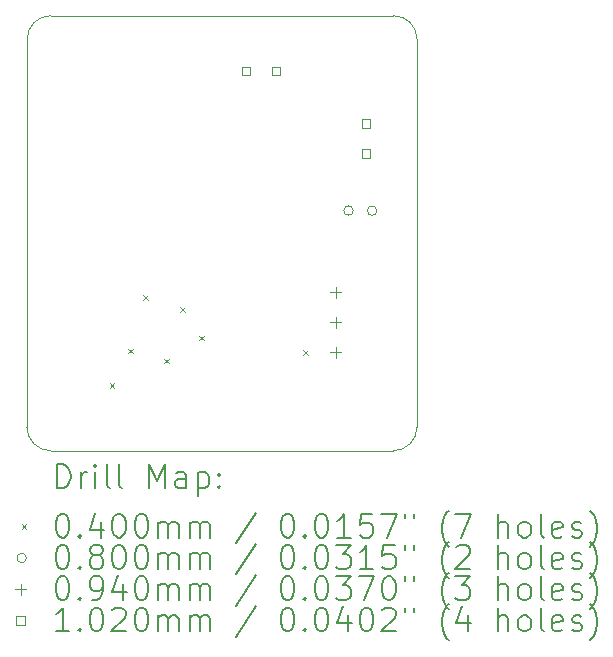
<source format=gbr>
%TF.GenerationSoftware,KiCad,Pcbnew,8.0.5*%
%TF.CreationDate,2024-10-12T22:59:57+02:00*%
%TF.ProjectId,SCS TSAL Green LED,53435320-5453-4414-9c20-477265656e20,rev?*%
%TF.SameCoordinates,Original*%
%TF.FileFunction,Drillmap*%
%TF.FilePolarity,Positive*%
%FSLAX45Y45*%
G04 Gerber Fmt 4.5, Leading zero omitted, Abs format (unit mm)*
G04 Created by KiCad (PCBNEW 8.0.5) date 2024-10-12 22:59:57*
%MOMM*%
%LPD*%
G01*
G04 APERTURE LIST*
%ADD10C,0.100000*%
%ADD11C,0.200000*%
%ADD12C,0.102000*%
G04 APERTURE END LIST*
D10*
X7062068Y-8317836D02*
X7063948Y-5034836D01*
X10365948Y-5034836D02*
X10365948Y-8317836D01*
X7263948Y-4834836D02*
X10165948Y-4834836D01*
X7063948Y-5034836D02*
G75*
G02*
X7263948Y-4834838I200002J-4D01*
G01*
X10165948Y-8517836D02*
X7262068Y-8517836D01*
X10365948Y-8317836D02*
G75*
G02*
X10165948Y-8517838I-199998J-4D01*
G01*
X10165948Y-4834836D02*
G75*
G02*
X10365944Y-5034836I2J-199994D01*
G01*
X7262068Y-8517836D02*
G75*
G02*
X7062074Y-8317836I2J199996D01*
G01*
D11*
D10*
X7762768Y-7944116D02*
X7802768Y-7984116D01*
X7802768Y-7944116D02*
X7762768Y-7984116D01*
X7917708Y-7654556D02*
X7957708Y-7694556D01*
X7957708Y-7654556D02*
X7917708Y-7694556D01*
X8044708Y-7199896D02*
X8084708Y-7239896D01*
X8084708Y-7199896D02*
X8044708Y-7239896D01*
X8222508Y-7738376D02*
X8262508Y-7778376D01*
X8262508Y-7738376D02*
X8222508Y-7778376D01*
X8356938Y-7301686D02*
X8396938Y-7341686D01*
X8396938Y-7301686D02*
X8356938Y-7341686D01*
X8522228Y-7545336D02*
X8562228Y-7585336D01*
X8562228Y-7545336D02*
X8522228Y-7585336D01*
X9398528Y-7664716D02*
X9438528Y-7704716D01*
X9438528Y-7664716D02*
X9398528Y-7704716D01*
X9824948Y-6485836D02*
G75*
G02*
X9744948Y-6485836I-40000J0D01*
G01*
X9744948Y-6485836D02*
G75*
G02*
X9824948Y-6485836I40000J0D01*
G01*
X10024948Y-6485836D02*
G75*
G02*
X9944948Y-6485836I-40000J0D01*
G01*
X9944948Y-6485836D02*
G75*
G02*
X10024948Y-6485836I40000J0D01*
G01*
X9676948Y-7130786D02*
X9676948Y-7224786D01*
X9629948Y-7177786D02*
X9723948Y-7177786D01*
X9676948Y-7384786D02*
X9676948Y-7478786D01*
X9629948Y-7431786D02*
X9723948Y-7431786D01*
X9676948Y-7638786D02*
X9676948Y-7732786D01*
X9629948Y-7685786D02*
X9723948Y-7685786D01*
D12*
X8954211Y-5340799D02*
X8954211Y-5268673D01*
X8882085Y-5268673D01*
X8882085Y-5340799D01*
X8954211Y-5340799D01*
X9208211Y-5340799D02*
X9208211Y-5268673D01*
X9136085Y-5268673D01*
X9136085Y-5340799D01*
X9208211Y-5340799D01*
X9970211Y-5785299D02*
X9970211Y-5713173D01*
X9898085Y-5713173D01*
X9898085Y-5785299D01*
X9970211Y-5785299D01*
X9970211Y-6039299D02*
X9970211Y-5967173D01*
X9898085Y-5967173D01*
X9898085Y-6039299D01*
X9970211Y-6039299D01*
D11*
X7317845Y-8834322D02*
X7317845Y-8634322D01*
X7317845Y-8634322D02*
X7365464Y-8634322D01*
X7365464Y-8634322D02*
X7394035Y-8643845D01*
X7394035Y-8643845D02*
X7413083Y-8662893D01*
X7413083Y-8662893D02*
X7422606Y-8681941D01*
X7422606Y-8681941D02*
X7432130Y-8720036D01*
X7432130Y-8720036D02*
X7432130Y-8748607D01*
X7432130Y-8748607D02*
X7422606Y-8786703D01*
X7422606Y-8786703D02*
X7413083Y-8805750D01*
X7413083Y-8805750D02*
X7394035Y-8824798D01*
X7394035Y-8824798D02*
X7365464Y-8834322D01*
X7365464Y-8834322D02*
X7317845Y-8834322D01*
X7517845Y-8834322D02*
X7517845Y-8700988D01*
X7517845Y-8739084D02*
X7527368Y-8720036D01*
X7527368Y-8720036D02*
X7536892Y-8710512D01*
X7536892Y-8710512D02*
X7555940Y-8700988D01*
X7555940Y-8700988D02*
X7574987Y-8700988D01*
X7641654Y-8834322D02*
X7641654Y-8700988D01*
X7641654Y-8634322D02*
X7632130Y-8643845D01*
X7632130Y-8643845D02*
X7641654Y-8653369D01*
X7641654Y-8653369D02*
X7651178Y-8643845D01*
X7651178Y-8643845D02*
X7641654Y-8634322D01*
X7641654Y-8634322D02*
X7641654Y-8653369D01*
X7765464Y-8834322D02*
X7746416Y-8824798D01*
X7746416Y-8824798D02*
X7736892Y-8805750D01*
X7736892Y-8805750D02*
X7736892Y-8634322D01*
X7870225Y-8834322D02*
X7851178Y-8824798D01*
X7851178Y-8824798D02*
X7841654Y-8805750D01*
X7841654Y-8805750D02*
X7841654Y-8634322D01*
X8098797Y-8834322D02*
X8098797Y-8634322D01*
X8098797Y-8634322D02*
X8165464Y-8777179D01*
X8165464Y-8777179D02*
X8232130Y-8634322D01*
X8232130Y-8634322D02*
X8232130Y-8834322D01*
X8413083Y-8834322D02*
X8413083Y-8729560D01*
X8413083Y-8729560D02*
X8403559Y-8710512D01*
X8403559Y-8710512D02*
X8384511Y-8700988D01*
X8384511Y-8700988D02*
X8346416Y-8700988D01*
X8346416Y-8700988D02*
X8327368Y-8710512D01*
X8413083Y-8824798D02*
X8394035Y-8834322D01*
X8394035Y-8834322D02*
X8346416Y-8834322D01*
X8346416Y-8834322D02*
X8327368Y-8824798D01*
X8327368Y-8824798D02*
X8317845Y-8805750D01*
X8317845Y-8805750D02*
X8317845Y-8786703D01*
X8317845Y-8786703D02*
X8327368Y-8767655D01*
X8327368Y-8767655D02*
X8346416Y-8758131D01*
X8346416Y-8758131D02*
X8394035Y-8758131D01*
X8394035Y-8758131D02*
X8413083Y-8748607D01*
X8508321Y-8700988D02*
X8508321Y-8900988D01*
X8508321Y-8710512D02*
X8527368Y-8700988D01*
X8527368Y-8700988D02*
X8565464Y-8700988D01*
X8565464Y-8700988D02*
X8584511Y-8710512D01*
X8584511Y-8710512D02*
X8594035Y-8720036D01*
X8594035Y-8720036D02*
X8603559Y-8739084D01*
X8603559Y-8739084D02*
X8603559Y-8796226D01*
X8603559Y-8796226D02*
X8594035Y-8815274D01*
X8594035Y-8815274D02*
X8584511Y-8824798D01*
X8584511Y-8824798D02*
X8565464Y-8834322D01*
X8565464Y-8834322D02*
X8527368Y-8834322D01*
X8527368Y-8834322D02*
X8508321Y-8824798D01*
X8689273Y-8815274D02*
X8698797Y-8824798D01*
X8698797Y-8824798D02*
X8689273Y-8834322D01*
X8689273Y-8834322D02*
X8679749Y-8824798D01*
X8679749Y-8824798D02*
X8689273Y-8815274D01*
X8689273Y-8815274D02*
X8689273Y-8834322D01*
X8689273Y-8710512D02*
X8698797Y-8720036D01*
X8698797Y-8720036D02*
X8689273Y-8729560D01*
X8689273Y-8729560D02*
X8679749Y-8720036D01*
X8679749Y-8720036D02*
X8689273Y-8710512D01*
X8689273Y-8710512D02*
X8689273Y-8729560D01*
D10*
X7017068Y-9142838D02*
X7057068Y-9182838D01*
X7057068Y-9142838D02*
X7017068Y-9182838D01*
D11*
X7355940Y-9054322D02*
X7374987Y-9054322D01*
X7374987Y-9054322D02*
X7394035Y-9063845D01*
X7394035Y-9063845D02*
X7403559Y-9073369D01*
X7403559Y-9073369D02*
X7413083Y-9092417D01*
X7413083Y-9092417D02*
X7422606Y-9130512D01*
X7422606Y-9130512D02*
X7422606Y-9178131D01*
X7422606Y-9178131D02*
X7413083Y-9216226D01*
X7413083Y-9216226D02*
X7403559Y-9235274D01*
X7403559Y-9235274D02*
X7394035Y-9244798D01*
X7394035Y-9244798D02*
X7374987Y-9254322D01*
X7374987Y-9254322D02*
X7355940Y-9254322D01*
X7355940Y-9254322D02*
X7336892Y-9244798D01*
X7336892Y-9244798D02*
X7327368Y-9235274D01*
X7327368Y-9235274D02*
X7317845Y-9216226D01*
X7317845Y-9216226D02*
X7308321Y-9178131D01*
X7308321Y-9178131D02*
X7308321Y-9130512D01*
X7308321Y-9130512D02*
X7317845Y-9092417D01*
X7317845Y-9092417D02*
X7327368Y-9073369D01*
X7327368Y-9073369D02*
X7336892Y-9063845D01*
X7336892Y-9063845D02*
X7355940Y-9054322D01*
X7508321Y-9235274D02*
X7517845Y-9244798D01*
X7517845Y-9244798D02*
X7508321Y-9254322D01*
X7508321Y-9254322D02*
X7498797Y-9244798D01*
X7498797Y-9244798D02*
X7508321Y-9235274D01*
X7508321Y-9235274D02*
X7508321Y-9254322D01*
X7689273Y-9120988D02*
X7689273Y-9254322D01*
X7641654Y-9044798D02*
X7594035Y-9187655D01*
X7594035Y-9187655D02*
X7717845Y-9187655D01*
X7832130Y-9054322D02*
X7851178Y-9054322D01*
X7851178Y-9054322D02*
X7870226Y-9063845D01*
X7870226Y-9063845D02*
X7879749Y-9073369D01*
X7879749Y-9073369D02*
X7889273Y-9092417D01*
X7889273Y-9092417D02*
X7898797Y-9130512D01*
X7898797Y-9130512D02*
X7898797Y-9178131D01*
X7898797Y-9178131D02*
X7889273Y-9216226D01*
X7889273Y-9216226D02*
X7879749Y-9235274D01*
X7879749Y-9235274D02*
X7870226Y-9244798D01*
X7870226Y-9244798D02*
X7851178Y-9254322D01*
X7851178Y-9254322D02*
X7832130Y-9254322D01*
X7832130Y-9254322D02*
X7813083Y-9244798D01*
X7813083Y-9244798D02*
X7803559Y-9235274D01*
X7803559Y-9235274D02*
X7794035Y-9216226D01*
X7794035Y-9216226D02*
X7784511Y-9178131D01*
X7784511Y-9178131D02*
X7784511Y-9130512D01*
X7784511Y-9130512D02*
X7794035Y-9092417D01*
X7794035Y-9092417D02*
X7803559Y-9073369D01*
X7803559Y-9073369D02*
X7813083Y-9063845D01*
X7813083Y-9063845D02*
X7832130Y-9054322D01*
X8022606Y-9054322D02*
X8041654Y-9054322D01*
X8041654Y-9054322D02*
X8060702Y-9063845D01*
X8060702Y-9063845D02*
X8070226Y-9073369D01*
X8070226Y-9073369D02*
X8079749Y-9092417D01*
X8079749Y-9092417D02*
X8089273Y-9130512D01*
X8089273Y-9130512D02*
X8089273Y-9178131D01*
X8089273Y-9178131D02*
X8079749Y-9216226D01*
X8079749Y-9216226D02*
X8070226Y-9235274D01*
X8070226Y-9235274D02*
X8060702Y-9244798D01*
X8060702Y-9244798D02*
X8041654Y-9254322D01*
X8041654Y-9254322D02*
X8022606Y-9254322D01*
X8022606Y-9254322D02*
X8003559Y-9244798D01*
X8003559Y-9244798D02*
X7994035Y-9235274D01*
X7994035Y-9235274D02*
X7984511Y-9216226D01*
X7984511Y-9216226D02*
X7974987Y-9178131D01*
X7974987Y-9178131D02*
X7974987Y-9130512D01*
X7974987Y-9130512D02*
X7984511Y-9092417D01*
X7984511Y-9092417D02*
X7994035Y-9073369D01*
X7994035Y-9073369D02*
X8003559Y-9063845D01*
X8003559Y-9063845D02*
X8022606Y-9054322D01*
X8174987Y-9254322D02*
X8174987Y-9120988D01*
X8174987Y-9140036D02*
X8184511Y-9130512D01*
X8184511Y-9130512D02*
X8203559Y-9120988D01*
X8203559Y-9120988D02*
X8232130Y-9120988D01*
X8232130Y-9120988D02*
X8251178Y-9130512D01*
X8251178Y-9130512D02*
X8260702Y-9149560D01*
X8260702Y-9149560D02*
X8260702Y-9254322D01*
X8260702Y-9149560D02*
X8270226Y-9130512D01*
X8270226Y-9130512D02*
X8289273Y-9120988D01*
X8289273Y-9120988D02*
X8317845Y-9120988D01*
X8317845Y-9120988D02*
X8336892Y-9130512D01*
X8336892Y-9130512D02*
X8346416Y-9149560D01*
X8346416Y-9149560D02*
X8346416Y-9254322D01*
X8441654Y-9254322D02*
X8441654Y-9120988D01*
X8441654Y-9140036D02*
X8451178Y-9130512D01*
X8451178Y-9130512D02*
X8470226Y-9120988D01*
X8470226Y-9120988D02*
X8498797Y-9120988D01*
X8498797Y-9120988D02*
X8517845Y-9130512D01*
X8517845Y-9130512D02*
X8527369Y-9149560D01*
X8527369Y-9149560D02*
X8527369Y-9254322D01*
X8527369Y-9149560D02*
X8536892Y-9130512D01*
X8536892Y-9130512D02*
X8555940Y-9120988D01*
X8555940Y-9120988D02*
X8584511Y-9120988D01*
X8584511Y-9120988D02*
X8603559Y-9130512D01*
X8603559Y-9130512D02*
X8613083Y-9149560D01*
X8613083Y-9149560D02*
X8613083Y-9254322D01*
X9003559Y-9044798D02*
X8832131Y-9301941D01*
X9260702Y-9054322D02*
X9279750Y-9054322D01*
X9279750Y-9054322D02*
X9298797Y-9063845D01*
X9298797Y-9063845D02*
X9308321Y-9073369D01*
X9308321Y-9073369D02*
X9317845Y-9092417D01*
X9317845Y-9092417D02*
X9327369Y-9130512D01*
X9327369Y-9130512D02*
X9327369Y-9178131D01*
X9327369Y-9178131D02*
X9317845Y-9216226D01*
X9317845Y-9216226D02*
X9308321Y-9235274D01*
X9308321Y-9235274D02*
X9298797Y-9244798D01*
X9298797Y-9244798D02*
X9279750Y-9254322D01*
X9279750Y-9254322D02*
X9260702Y-9254322D01*
X9260702Y-9254322D02*
X9241654Y-9244798D01*
X9241654Y-9244798D02*
X9232131Y-9235274D01*
X9232131Y-9235274D02*
X9222607Y-9216226D01*
X9222607Y-9216226D02*
X9213083Y-9178131D01*
X9213083Y-9178131D02*
X9213083Y-9130512D01*
X9213083Y-9130512D02*
X9222607Y-9092417D01*
X9222607Y-9092417D02*
X9232131Y-9073369D01*
X9232131Y-9073369D02*
X9241654Y-9063845D01*
X9241654Y-9063845D02*
X9260702Y-9054322D01*
X9413083Y-9235274D02*
X9422607Y-9244798D01*
X9422607Y-9244798D02*
X9413083Y-9254322D01*
X9413083Y-9254322D02*
X9403559Y-9244798D01*
X9403559Y-9244798D02*
X9413083Y-9235274D01*
X9413083Y-9235274D02*
X9413083Y-9254322D01*
X9546416Y-9054322D02*
X9565464Y-9054322D01*
X9565464Y-9054322D02*
X9584512Y-9063845D01*
X9584512Y-9063845D02*
X9594035Y-9073369D01*
X9594035Y-9073369D02*
X9603559Y-9092417D01*
X9603559Y-9092417D02*
X9613083Y-9130512D01*
X9613083Y-9130512D02*
X9613083Y-9178131D01*
X9613083Y-9178131D02*
X9603559Y-9216226D01*
X9603559Y-9216226D02*
X9594035Y-9235274D01*
X9594035Y-9235274D02*
X9584512Y-9244798D01*
X9584512Y-9244798D02*
X9565464Y-9254322D01*
X9565464Y-9254322D02*
X9546416Y-9254322D01*
X9546416Y-9254322D02*
X9527369Y-9244798D01*
X9527369Y-9244798D02*
X9517845Y-9235274D01*
X9517845Y-9235274D02*
X9508321Y-9216226D01*
X9508321Y-9216226D02*
X9498797Y-9178131D01*
X9498797Y-9178131D02*
X9498797Y-9130512D01*
X9498797Y-9130512D02*
X9508321Y-9092417D01*
X9508321Y-9092417D02*
X9517845Y-9073369D01*
X9517845Y-9073369D02*
X9527369Y-9063845D01*
X9527369Y-9063845D02*
X9546416Y-9054322D01*
X9803559Y-9254322D02*
X9689273Y-9254322D01*
X9746416Y-9254322D02*
X9746416Y-9054322D01*
X9746416Y-9054322D02*
X9727369Y-9082893D01*
X9727369Y-9082893D02*
X9708321Y-9101941D01*
X9708321Y-9101941D02*
X9689273Y-9111464D01*
X9984512Y-9054322D02*
X9889273Y-9054322D01*
X9889273Y-9054322D02*
X9879750Y-9149560D01*
X9879750Y-9149560D02*
X9889273Y-9140036D01*
X9889273Y-9140036D02*
X9908321Y-9130512D01*
X9908321Y-9130512D02*
X9955940Y-9130512D01*
X9955940Y-9130512D02*
X9974988Y-9140036D01*
X9974988Y-9140036D02*
X9984512Y-9149560D01*
X9984512Y-9149560D02*
X9994035Y-9168607D01*
X9994035Y-9168607D02*
X9994035Y-9216226D01*
X9994035Y-9216226D02*
X9984512Y-9235274D01*
X9984512Y-9235274D02*
X9974988Y-9244798D01*
X9974988Y-9244798D02*
X9955940Y-9254322D01*
X9955940Y-9254322D02*
X9908321Y-9254322D01*
X9908321Y-9254322D02*
X9889273Y-9244798D01*
X9889273Y-9244798D02*
X9879750Y-9235274D01*
X10060702Y-9054322D02*
X10194035Y-9054322D01*
X10194035Y-9054322D02*
X10108321Y-9254322D01*
X10260702Y-9054322D02*
X10260702Y-9092417D01*
X10336893Y-9054322D02*
X10336893Y-9092417D01*
X10632131Y-9330512D02*
X10622607Y-9320988D01*
X10622607Y-9320988D02*
X10603559Y-9292417D01*
X10603559Y-9292417D02*
X10594035Y-9273369D01*
X10594035Y-9273369D02*
X10584512Y-9244798D01*
X10584512Y-9244798D02*
X10574988Y-9197179D01*
X10574988Y-9197179D02*
X10574988Y-9159084D01*
X10574988Y-9159084D02*
X10584512Y-9111464D01*
X10584512Y-9111464D02*
X10594035Y-9082893D01*
X10594035Y-9082893D02*
X10603559Y-9063845D01*
X10603559Y-9063845D02*
X10622607Y-9035274D01*
X10622607Y-9035274D02*
X10632131Y-9025750D01*
X10689274Y-9054322D02*
X10822607Y-9054322D01*
X10822607Y-9054322D02*
X10736893Y-9254322D01*
X11051178Y-9254322D02*
X11051178Y-9054322D01*
X11136893Y-9254322D02*
X11136893Y-9149560D01*
X11136893Y-9149560D02*
X11127369Y-9130512D01*
X11127369Y-9130512D02*
X11108321Y-9120988D01*
X11108321Y-9120988D02*
X11079750Y-9120988D01*
X11079750Y-9120988D02*
X11060702Y-9130512D01*
X11060702Y-9130512D02*
X11051178Y-9140036D01*
X11260702Y-9254322D02*
X11241654Y-9244798D01*
X11241654Y-9244798D02*
X11232131Y-9235274D01*
X11232131Y-9235274D02*
X11222607Y-9216226D01*
X11222607Y-9216226D02*
X11222607Y-9159084D01*
X11222607Y-9159084D02*
X11232131Y-9140036D01*
X11232131Y-9140036D02*
X11241654Y-9130512D01*
X11241654Y-9130512D02*
X11260702Y-9120988D01*
X11260702Y-9120988D02*
X11289274Y-9120988D01*
X11289274Y-9120988D02*
X11308321Y-9130512D01*
X11308321Y-9130512D02*
X11317845Y-9140036D01*
X11317845Y-9140036D02*
X11327369Y-9159084D01*
X11327369Y-9159084D02*
X11327369Y-9216226D01*
X11327369Y-9216226D02*
X11317845Y-9235274D01*
X11317845Y-9235274D02*
X11308321Y-9244798D01*
X11308321Y-9244798D02*
X11289274Y-9254322D01*
X11289274Y-9254322D02*
X11260702Y-9254322D01*
X11441654Y-9254322D02*
X11422607Y-9244798D01*
X11422607Y-9244798D02*
X11413083Y-9225750D01*
X11413083Y-9225750D02*
X11413083Y-9054322D01*
X11594035Y-9244798D02*
X11574988Y-9254322D01*
X11574988Y-9254322D02*
X11536893Y-9254322D01*
X11536893Y-9254322D02*
X11517845Y-9244798D01*
X11517845Y-9244798D02*
X11508321Y-9225750D01*
X11508321Y-9225750D02*
X11508321Y-9149560D01*
X11508321Y-9149560D02*
X11517845Y-9130512D01*
X11517845Y-9130512D02*
X11536893Y-9120988D01*
X11536893Y-9120988D02*
X11574988Y-9120988D01*
X11574988Y-9120988D02*
X11594035Y-9130512D01*
X11594035Y-9130512D02*
X11603559Y-9149560D01*
X11603559Y-9149560D02*
X11603559Y-9168607D01*
X11603559Y-9168607D02*
X11508321Y-9187655D01*
X11679750Y-9244798D02*
X11698797Y-9254322D01*
X11698797Y-9254322D02*
X11736893Y-9254322D01*
X11736893Y-9254322D02*
X11755940Y-9244798D01*
X11755940Y-9244798D02*
X11765464Y-9225750D01*
X11765464Y-9225750D02*
X11765464Y-9216226D01*
X11765464Y-9216226D02*
X11755940Y-9197179D01*
X11755940Y-9197179D02*
X11736893Y-9187655D01*
X11736893Y-9187655D02*
X11708321Y-9187655D01*
X11708321Y-9187655D02*
X11689274Y-9178131D01*
X11689274Y-9178131D02*
X11679750Y-9159084D01*
X11679750Y-9159084D02*
X11679750Y-9149560D01*
X11679750Y-9149560D02*
X11689274Y-9130512D01*
X11689274Y-9130512D02*
X11708321Y-9120988D01*
X11708321Y-9120988D02*
X11736893Y-9120988D01*
X11736893Y-9120988D02*
X11755940Y-9130512D01*
X11832131Y-9330512D02*
X11841655Y-9320988D01*
X11841655Y-9320988D02*
X11860702Y-9292417D01*
X11860702Y-9292417D02*
X11870226Y-9273369D01*
X11870226Y-9273369D02*
X11879750Y-9244798D01*
X11879750Y-9244798D02*
X11889274Y-9197179D01*
X11889274Y-9197179D02*
X11889274Y-9159084D01*
X11889274Y-9159084D02*
X11879750Y-9111464D01*
X11879750Y-9111464D02*
X11870226Y-9082893D01*
X11870226Y-9082893D02*
X11860702Y-9063845D01*
X11860702Y-9063845D02*
X11841655Y-9035274D01*
X11841655Y-9035274D02*
X11832131Y-9025750D01*
D10*
X7057068Y-9426838D02*
G75*
G02*
X6977068Y-9426838I-40000J0D01*
G01*
X6977068Y-9426838D02*
G75*
G02*
X7057068Y-9426838I40000J0D01*
G01*
D11*
X7355940Y-9318322D02*
X7374987Y-9318322D01*
X7374987Y-9318322D02*
X7394035Y-9327845D01*
X7394035Y-9327845D02*
X7403559Y-9337369D01*
X7403559Y-9337369D02*
X7413083Y-9356417D01*
X7413083Y-9356417D02*
X7422606Y-9394512D01*
X7422606Y-9394512D02*
X7422606Y-9442131D01*
X7422606Y-9442131D02*
X7413083Y-9480226D01*
X7413083Y-9480226D02*
X7403559Y-9499274D01*
X7403559Y-9499274D02*
X7394035Y-9508798D01*
X7394035Y-9508798D02*
X7374987Y-9518322D01*
X7374987Y-9518322D02*
X7355940Y-9518322D01*
X7355940Y-9518322D02*
X7336892Y-9508798D01*
X7336892Y-9508798D02*
X7327368Y-9499274D01*
X7327368Y-9499274D02*
X7317845Y-9480226D01*
X7317845Y-9480226D02*
X7308321Y-9442131D01*
X7308321Y-9442131D02*
X7308321Y-9394512D01*
X7308321Y-9394512D02*
X7317845Y-9356417D01*
X7317845Y-9356417D02*
X7327368Y-9337369D01*
X7327368Y-9337369D02*
X7336892Y-9327845D01*
X7336892Y-9327845D02*
X7355940Y-9318322D01*
X7508321Y-9499274D02*
X7517845Y-9508798D01*
X7517845Y-9508798D02*
X7508321Y-9518322D01*
X7508321Y-9518322D02*
X7498797Y-9508798D01*
X7498797Y-9508798D02*
X7508321Y-9499274D01*
X7508321Y-9499274D02*
X7508321Y-9518322D01*
X7632130Y-9404036D02*
X7613083Y-9394512D01*
X7613083Y-9394512D02*
X7603559Y-9384988D01*
X7603559Y-9384988D02*
X7594035Y-9365941D01*
X7594035Y-9365941D02*
X7594035Y-9356417D01*
X7594035Y-9356417D02*
X7603559Y-9337369D01*
X7603559Y-9337369D02*
X7613083Y-9327845D01*
X7613083Y-9327845D02*
X7632130Y-9318322D01*
X7632130Y-9318322D02*
X7670226Y-9318322D01*
X7670226Y-9318322D02*
X7689273Y-9327845D01*
X7689273Y-9327845D02*
X7698797Y-9337369D01*
X7698797Y-9337369D02*
X7708321Y-9356417D01*
X7708321Y-9356417D02*
X7708321Y-9365941D01*
X7708321Y-9365941D02*
X7698797Y-9384988D01*
X7698797Y-9384988D02*
X7689273Y-9394512D01*
X7689273Y-9394512D02*
X7670226Y-9404036D01*
X7670226Y-9404036D02*
X7632130Y-9404036D01*
X7632130Y-9404036D02*
X7613083Y-9413560D01*
X7613083Y-9413560D02*
X7603559Y-9423084D01*
X7603559Y-9423084D02*
X7594035Y-9442131D01*
X7594035Y-9442131D02*
X7594035Y-9480226D01*
X7594035Y-9480226D02*
X7603559Y-9499274D01*
X7603559Y-9499274D02*
X7613083Y-9508798D01*
X7613083Y-9508798D02*
X7632130Y-9518322D01*
X7632130Y-9518322D02*
X7670226Y-9518322D01*
X7670226Y-9518322D02*
X7689273Y-9508798D01*
X7689273Y-9508798D02*
X7698797Y-9499274D01*
X7698797Y-9499274D02*
X7708321Y-9480226D01*
X7708321Y-9480226D02*
X7708321Y-9442131D01*
X7708321Y-9442131D02*
X7698797Y-9423084D01*
X7698797Y-9423084D02*
X7689273Y-9413560D01*
X7689273Y-9413560D02*
X7670226Y-9404036D01*
X7832130Y-9318322D02*
X7851178Y-9318322D01*
X7851178Y-9318322D02*
X7870226Y-9327845D01*
X7870226Y-9327845D02*
X7879749Y-9337369D01*
X7879749Y-9337369D02*
X7889273Y-9356417D01*
X7889273Y-9356417D02*
X7898797Y-9394512D01*
X7898797Y-9394512D02*
X7898797Y-9442131D01*
X7898797Y-9442131D02*
X7889273Y-9480226D01*
X7889273Y-9480226D02*
X7879749Y-9499274D01*
X7879749Y-9499274D02*
X7870226Y-9508798D01*
X7870226Y-9508798D02*
X7851178Y-9518322D01*
X7851178Y-9518322D02*
X7832130Y-9518322D01*
X7832130Y-9518322D02*
X7813083Y-9508798D01*
X7813083Y-9508798D02*
X7803559Y-9499274D01*
X7803559Y-9499274D02*
X7794035Y-9480226D01*
X7794035Y-9480226D02*
X7784511Y-9442131D01*
X7784511Y-9442131D02*
X7784511Y-9394512D01*
X7784511Y-9394512D02*
X7794035Y-9356417D01*
X7794035Y-9356417D02*
X7803559Y-9337369D01*
X7803559Y-9337369D02*
X7813083Y-9327845D01*
X7813083Y-9327845D02*
X7832130Y-9318322D01*
X8022606Y-9318322D02*
X8041654Y-9318322D01*
X8041654Y-9318322D02*
X8060702Y-9327845D01*
X8060702Y-9327845D02*
X8070226Y-9337369D01*
X8070226Y-9337369D02*
X8079749Y-9356417D01*
X8079749Y-9356417D02*
X8089273Y-9394512D01*
X8089273Y-9394512D02*
X8089273Y-9442131D01*
X8089273Y-9442131D02*
X8079749Y-9480226D01*
X8079749Y-9480226D02*
X8070226Y-9499274D01*
X8070226Y-9499274D02*
X8060702Y-9508798D01*
X8060702Y-9508798D02*
X8041654Y-9518322D01*
X8041654Y-9518322D02*
X8022606Y-9518322D01*
X8022606Y-9518322D02*
X8003559Y-9508798D01*
X8003559Y-9508798D02*
X7994035Y-9499274D01*
X7994035Y-9499274D02*
X7984511Y-9480226D01*
X7984511Y-9480226D02*
X7974987Y-9442131D01*
X7974987Y-9442131D02*
X7974987Y-9394512D01*
X7974987Y-9394512D02*
X7984511Y-9356417D01*
X7984511Y-9356417D02*
X7994035Y-9337369D01*
X7994035Y-9337369D02*
X8003559Y-9327845D01*
X8003559Y-9327845D02*
X8022606Y-9318322D01*
X8174987Y-9518322D02*
X8174987Y-9384988D01*
X8174987Y-9404036D02*
X8184511Y-9394512D01*
X8184511Y-9394512D02*
X8203559Y-9384988D01*
X8203559Y-9384988D02*
X8232130Y-9384988D01*
X8232130Y-9384988D02*
X8251178Y-9394512D01*
X8251178Y-9394512D02*
X8260702Y-9413560D01*
X8260702Y-9413560D02*
X8260702Y-9518322D01*
X8260702Y-9413560D02*
X8270226Y-9394512D01*
X8270226Y-9394512D02*
X8289273Y-9384988D01*
X8289273Y-9384988D02*
X8317845Y-9384988D01*
X8317845Y-9384988D02*
X8336892Y-9394512D01*
X8336892Y-9394512D02*
X8346416Y-9413560D01*
X8346416Y-9413560D02*
X8346416Y-9518322D01*
X8441654Y-9518322D02*
X8441654Y-9384988D01*
X8441654Y-9404036D02*
X8451178Y-9394512D01*
X8451178Y-9394512D02*
X8470226Y-9384988D01*
X8470226Y-9384988D02*
X8498797Y-9384988D01*
X8498797Y-9384988D02*
X8517845Y-9394512D01*
X8517845Y-9394512D02*
X8527369Y-9413560D01*
X8527369Y-9413560D02*
X8527369Y-9518322D01*
X8527369Y-9413560D02*
X8536892Y-9394512D01*
X8536892Y-9394512D02*
X8555940Y-9384988D01*
X8555940Y-9384988D02*
X8584511Y-9384988D01*
X8584511Y-9384988D02*
X8603559Y-9394512D01*
X8603559Y-9394512D02*
X8613083Y-9413560D01*
X8613083Y-9413560D02*
X8613083Y-9518322D01*
X9003559Y-9308798D02*
X8832131Y-9565941D01*
X9260702Y-9318322D02*
X9279750Y-9318322D01*
X9279750Y-9318322D02*
X9298797Y-9327845D01*
X9298797Y-9327845D02*
X9308321Y-9337369D01*
X9308321Y-9337369D02*
X9317845Y-9356417D01*
X9317845Y-9356417D02*
X9327369Y-9394512D01*
X9327369Y-9394512D02*
X9327369Y-9442131D01*
X9327369Y-9442131D02*
X9317845Y-9480226D01*
X9317845Y-9480226D02*
X9308321Y-9499274D01*
X9308321Y-9499274D02*
X9298797Y-9508798D01*
X9298797Y-9508798D02*
X9279750Y-9518322D01*
X9279750Y-9518322D02*
X9260702Y-9518322D01*
X9260702Y-9518322D02*
X9241654Y-9508798D01*
X9241654Y-9508798D02*
X9232131Y-9499274D01*
X9232131Y-9499274D02*
X9222607Y-9480226D01*
X9222607Y-9480226D02*
X9213083Y-9442131D01*
X9213083Y-9442131D02*
X9213083Y-9394512D01*
X9213083Y-9394512D02*
X9222607Y-9356417D01*
X9222607Y-9356417D02*
X9232131Y-9337369D01*
X9232131Y-9337369D02*
X9241654Y-9327845D01*
X9241654Y-9327845D02*
X9260702Y-9318322D01*
X9413083Y-9499274D02*
X9422607Y-9508798D01*
X9422607Y-9508798D02*
X9413083Y-9518322D01*
X9413083Y-9518322D02*
X9403559Y-9508798D01*
X9403559Y-9508798D02*
X9413083Y-9499274D01*
X9413083Y-9499274D02*
X9413083Y-9518322D01*
X9546416Y-9318322D02*
X9565464Y-9318322D01*
X9565464Y-9318322D02*
X9584512Y-9327845D01*
X9584512Y-9327845D02*
X9594035Y-9337369D01*
X9594035Y-9337369D02*
X9603559Y-9356417D01*
X9603559Y-9356417D02*
X9613083Y-9394512D01*
X9613083Y-9394512D02*
X9613083Y-9442131D01*
X9613083Y-9442131D02*
X9603559Y-9480226D01*
X9603559Y-9480226D02*
X9594035Y-9499274D01*
X9594035Y-9499274D02*
X9584512Y-9508798D01*
X9584512Y-9508798D02*
X9565464Y-9518322D01*
X9565464Y-9518322D02*
X9546416Y-9518322D01*
X9546416Y-9518322D02*
X9527369Y-9508798D01*
X9527369Y-9508798D02*
X9517845Y-9499274D01*
X9517845Y-9499274D02*
X9508321Y-9480226D01*
X9508321Y-9480226D02*
X9498797Y-9442131D01*
X9498797Y-9442131D02*
X9498797Y-9394512D01*
X9498797Y-9394512D02*
X9508321Y-9356417D01*
X9508321Y-9356417D02*
X9517845Y-9337369D01*
X9517845Y-9337369D02*
X9527369Y-9327845D01*
X9527369Y-9327845D02*
X9546416Y-9318322D01*
X9679750Y-9318322D02*
X9803559Y-9318322D01*
X9803559Y-9318322D02*
X9736892Y-9394512D01*
X9736892Y-9394512D02*
X9765464Y-9394512D01*
X9765464Y-9394512D02*
X9784512Y-9404036D01*
X9784512Y-9404036D02*
X9794035Y-9413560D01*
X9794035Y-9413560D02*
X9803559Y-9432607D01*
X9803559Y-9432607D02*
X9803559Y-9480226D01*
X9803559Y-9480226D02*
X9794035Y-9499274D01*
X9794035Y-9499274D02*
X9784512Y-9508798D01*
X9784512Y-9508798D02*
X9765464Y-9518322D01*
X9765464Y-9518322D02*
X9708321Y-9518322D01*
X9708321Y-9518322D02*
X9689273Y-9508798D01*
X9689273Y-9508798D02*
X9679750Y-9499274D01*
X9994035Y-9518322D02*
X9879750Y-9518322D01*
X9936892Y-9518322D02*
X9936892Y-9318322D01*
X9936892Y-9318322D02*
X9917845Y-9346893D01*
X9917845Y-9346893D02*
X9898797Y-9365941D01*
X9898797Y-9365941D02*
X9879750Y-9375464D01*
X10174988Y-9318322D02*
X10079750Y-9318322D01*
X10079750Y-9318322D02*
X10070226Y-9413560D01*
X10070226Y-9413560D02*
X10079750Y-9404036D01*
X10079750Y-9404036D02*
X10098797Y-9394512D01*
X10098797Y-9394512D02*
X10146416Y-9394512D01*
X10146416Y-9394512D02*
X10165464Y-9404036D01*
X10165464Y-9404036D02*
X10174988Y-9413560D01*
X10174988Y-9413560D02*
X10184512Y-9432607D01*
X10184512Y-9432607D02*
X10184512Y-9480226D01*
X10184512Y-9480226D02*
X10174988Y-9499274D01*
X10174988Y-9499274D02*
X10165464Y-9508798D01*
X10165464Y-9508798D02*
X10146416Y-9518322D01*
X10146416Y-9518322D02*
X10098797Y-9518322D01*
X10098797Y-9518322D02*
X10079750Y-9508798D01*
X10079750Y-9508798D02*
X10070226Y-9499274D01*
X10260702Y-9318322D02*
X10260702Y-9356417D01*
X10336893Y-9318322D02*
X10336893Y-9356417D01*
X10632131Y-9594512D02*
X10622607Y-9584988D01*
X10622607Y-9584988D02*
X10603559Y-9556417D01*
X10603559Y-9556417D02*
X10594035Y-9537369D01*
X10594035Y-9537369D02*
X10584512Y-9508798D01*
X10584512Y-9508798D02*
X10574988Y-9461179D01*
X10574988Y-9461179D02*
X10574988Y-9423084D01*
X10574988Y-9423084D02*
X10584512Y-9375464D01*
X10584512Y-9375464D02*
X10594035Y-9346893D01*
X10594035Y-9346893D02*
X10603559Y-9327845D01*
X10603559Y-9327845D02*
X10622607Y-9299274D01*
X10622607Y-9299274D02*
X10632131Y-9289750D01*
X10698797Y-9337369D02*
X10708321Y-9327845D01*
X10708321Y-9327845D02*
X10727369Y-9318322D01*
X10727369Y-9318322D02*
X10774988Y-9318322D01*
X10774988Y-9318322D02*
X10794035Y-9327845D01*
X10794035Y-9327845D02*
X10803559Y-9337369D01*
X10803559Y-9337369D02*
X10813083Y-9356417D01*
X10813083Y-9356417D02*
X10813083Y-9375464D01*
X10813083Y-9375464D02*
X10803559Y-9404036D01*
X10803559Y-9404036D02*
X10689274Y-9518322D01*
X10689274Y-9518322D02*
X10813083Y-9518322D01*
X11051178Y-9518322D02*
X11051178Y-9318322D01*
X11136893Y-9518322D02*
X11136893Y-9413560D01*
X11136893Y-9413560D02*
X11127369Y-9394512D01*
X11127369Y-9394512D02*
X11108321Y-9384988D01*
X11108321Y-9384988D02*
X11079750Y-9384988D01*
X11079750Y-9384988D02*
X11060702Y-9394512D01*
X11060702Y-9394512D02*
X11051178Y-9404036D01*
X11260702Y-9518322D02*
X11241654Y-9508798D01*
X11241654Y-9508798D02*
X11232131Y-9499274D01*
X11232131Y-9499274D02*
X11222607Y-9480226D01*
X11222607Y-9480226D02*
X11222607Y-9423084D01*
X11222607Y-9423084D02*
X11232131Y-9404036D01*
X11232131Y-9404036D02*
X11241654Y-9394512D01*
X11241654Y-9394512D02*
X11260702Y-9384988D01*
X11260702Y-9384988D02*
X11289274Y-9384988D01*
X11289274Y-9384988D02*
X11308321Y-9394512D01*
X11308321Y-9394512D02*
X11317845Y-9404036D01*
X11317845Y-9404036D02*
X11327369Y-9423084D01*
X11327369Y-9423084D02*
X11327369Y-9480226D01*
X11327369Y-9480226D02*
X11317845Y-9499274D01*
X11317845Y-9499274D02*
X11308321Y-9508798D01*
X11308321Y-9508798D02*
X11289274Y-9518322D01*
X11289274Y-9518322D02*
X11260702Y-9518322D01*
X11441654Y-9518322D02*
X11422607Y-9508798D01*
X11422607Y-9508798D02*
X11413083Y-9489750D01*
X11413083Y-9489750D02*
X11413083Y-9318322D01*
X11594035Y-9508798D02*
X11574988Y-9518322D01*
X11574988Y-9518322D02*
X11536893Y-9518322D01*
X11536893Y-9518322D02*
X11517845Y-9508798D01*
X11517845Y-9508798D02*
X11508321Y-9489750D01*
X11508321Y-9489750D02*
X11508321Y-9413560D01*
X11508321Y-9413560D02*
X11517845Y-9394512D01*
X11517845Y-9394512D02*
X11536893Y-9384988D01*
X11536893Y-9384988D02*
X11574988Y-9384988D01*
X11574988Y-9384988D02*
X11594035Y-9394512D01*
X11594035Y-9394512D02*
X11603559Y-9413560D01*
X11603559Y-9413560D02*
X11603559Y-9432607D01*
X11603559Y-9432607D02*
X11508321Y-9451655D01*
X11679750Y-9508798D02*
X11698797Y-9518322D01*
X11698797Y-9518322D02*
X11736893Y-9518322D01*
X11736893Y-9518322D02*
X11755940Y-9508798D01*
X11755940Y-9508798D02*
X11765464Y-9489750D01*
X11765464Y-9489750D02*
X11765464Y-9480226D01*
X11765464Y-9480226D02*
X11755940Y-9461179D01*
X11755940Y-9461179D02*
X11736893Y-9451655D01*
X11736893Y-9451655D02*
X11708321Y-9451655D01*
X11708321Y-9451655D02*
X11689274Y-9442131D01*
X11689274Y-9442131D02*
X11679750Y-9423084D01*
X11679750Y-9423084D02*
X11679750Y-9413560D01*
X11679750Y-9413560D02*
X11689274Y-9394512D01*
X11689274Y-9394512D02*
X11708321Y-9384988D01*
X11708321Y-9384988D02*
X11736893Y-9384988D01*
X11736893Y-9384988D02*
X11755940Y-9394512D01*
X11832131Y-9594512D02*
X11841655Y-9584988D01*
X11841655Y-9584988D02*
X11860702Y-9556417D01*
X11860702Y-9556417D02*
X11870226Y-9537369D01*
X11870226Y-9537369D02*
X11879750Y-9508798D01*
X11879750Y-9508798D02*
X11889274Y-9461179D01*
X11889274Y-9461179D02*
X11889274Y-9423084D01*
X11889274Y-9423084D02*
X11879750Y-9375464D01*
X11879750Y-9375464D02*
X11870226Y-9346893D01*
X11870226Y-9346893D02*
X11860702Y-9327845D01*
X11860702Y-9327845D02*
X11841655Y-9299274D01*
X11841655Y-9299274D02*
X11832131Y-9289750D01*
D10*
X7010068Y-9643838D02*
X7010068Y-9737838D01*
X6963068Y-9690838D02*
X7057068Y-9690838D01*
D11*
X7355940Y-9582322D02*
X7374987Y-9582322D01*
X7374987Y-9582322D02*
X7394035Y-9591845D01*
X7394035Y-9591845D02*
X7403559Y-9601369D01*
X7403559Y-9601369D02*
X7413083Y-9620417D01*
X7413083Y-9620417D02*
X7422606Y-9658512D01*
X7422606Y-9658512D02*
X7422606Y-9706131D01*
X7422606Y-9706131D02*
X7413083Y-9744226D01*
X7413083Y-9744226D02*
X7403559Y-9763274D01*
X7403559Y-9763274D02*
X7394035Y-9772798D01*
X7394035Y-9772798D02*
X7374987Y-9782322D01*
X7374987Y-9782322D02*
X7355940Y-9782322D01*
X7355940Y-9782322D02*
X7336892Y-9772798D01*
X7336892Y-9772798D02*
X7327368Y-9763274D01*
X7327368Y-9763274D02*
X7317845Y-9744226D01*
X7317845Y-9744226D02*
X7308321Y-9706131D01*
X7308321Y-9706131D02*
X7308321Y-9658512D01*
X7308321Y-9658512D02*
X7317845Y-9620417D01*
X7317845Y-9620417D02*
X7327368Y-9601369D01*
X7327368Y-9601369D02*
X7336892Y-9591845D01*
X7336892Y-9591845D02*
X7355940Y-9582322D01*
X7508321Y-9763274D02*
X7517845Y-9772798D01*
X7517845Y-9772798D02*
X7508321Y-9782322D01*
X7508321Y-9782322D02*
X7498797Y-9772798D01*
X7498797Y-9772798D02*
X7508321Y-9763274D01*
X7508321Y-9763274D02*
X7508321Y-9782322D01*
X7613083Y-9782322D02*
X7651178Y-9782322D01*
X7651178Y-9782322D02*
X7670226Y-9772798D01*
X7670226Y-9772798D02*
X7679749Y-9763274D01*
X7679749Y-9763274D02*
X7698797Y-9734703D01*
X7698797Y-9734703D02*
X7708321Y-9696607D01*
X7708321Y-9696607D02*
X7708321Y-9620417D01*
X7708321Y-9620417D02*
X7698797Y-9601369D01*
X7698797Y-9601369D02*
X7689273Y-9591845D01*
X7689273Y-9591845D02*
X7670226Y-9582322D01*
X7670226Y-9582322D02*
X7632130Y-9582322D01*
X7632130Y-9582322D02*
X7613083Y-9591845D01*
X7613083Y-9591845D02*
X7603559Y-9601369D01*
X7603559Y-9601369D02*
X7594035Y-9620417D01*
X7594035Y-9620417D02*
X7594035Y-9668036D01*
X7594035Y-9668036D02*
X7603559Y-9687084D01*
X7603559Y-9687084D02*
X7613083Y-9696607D01*
X7613083Y-9696607D02*
X7632130Y-9706131D01*
X7632130Y-9706131D02*
X7670226Y-9706131D01*
X7670226Y-9706131D02*
X7689273Y-9696607D01*
X7689273Y-9696607D02*
X7698797Y-9687084D01*
X7698797Y-9687084D02*
X7708321Y-9668036D01*
X7879749Y-9648988D02*
X7879749Y-9782322D01*
X7832130Y-9572798D02*
X7784511Y-9715655D01*
X7784511Y-9715655D02*
X7908321Y-9715655D01*
X8022606Y-9582322D02*
X8041654Y-9582322D01*
X8041654Y-9582322D02*
X8060702Y-9591845D01*
X8060702Y-9591845D02*
X8070226Y-9601369D01*
X8070226Y-9601369D02*
X8079749Y-9620417D01*
X8079749Y-9620417D02*
X8089273Y-9658512D01*
X8089273Y-9658512D02*
X8089273Y-9706131D01*
X8089273Y-9706131D02*
X8079749Y-9744226D01*
X8079749Y-9744226D02*
X8070226Y-9763274D01*
X8070226Y-9763274D02*
X8060702Y-9772798D01*
X8060702Y-9772798D02*
X8041654Y-9782322D01*
X8041654Y-9782322D02*
X8022606Y-9782322D01*
X8022606Y-9782322D02*
X8003559Y-9772798D01*
X8003559Y-9772798D02*
X7994035Y-9763274D01*
X7994035Y-9763274D02*
X7984511Y-9744226D01*
X7984511Y-9744226D02*
X7974987Y-9706131D01*
X7974987Y-9706131D02*
X7974987Y-9658512D01*
X7974987Y-9658512D02*
X7984511Y-9620417D01*
X7984511Y-9620417D02*
X7994035Y-9601369D01*
X7994035Y-9601369D02*
X8003559Y-9591845D01*
X8003559Y-9591845D02*
X8022606Y-9582322D01*
X8174987Y-9782322D02*
X8174987Y-9648988D01*
X8174987Y-9668036D02*
X8184511Y-9658512D01*
X8184511Y-9658512D02*
X8203559Y-9648988D01*
X8203559Y-9648988D02*
X8232130Y-9648988D01*
X8232130Y-9648988D02*
X8251178Y-9658512D01*
X8251178Y-9658512D02*
X8260702Y-9677560D01*
X8260702Y-9677560D02*
X8260702Y-9782322D01*
X8260702Y-9677560D02*
X8270226Y-9658512D01*
X8270226Y-9658512D02*
X8289273Y-9648988D01*
X8289273Y-9648988D02*
X8317845Y-9648988D01*
X8317845Y-9648988D02*
X8336892Y-9658512D01*
X8336892Y-9658512D02*
X8346416Y-9677560D01*
X8346416Y-9677560D02*
X8346416Y-9782322D01*
X8441654Y-9782322D02*
X8441654Y-9648988D01*
X8441654Y-9668036D02*
X8451178Y-9658512D01*
X8451178Y-9658512D02*
X8470226Y-9648988D01*
X8470226Y-9648988D02*
X8498797Y-9648988D01*
X8498797Y-9648988D02*
X8517845Y-9658512D01*
X8517845Y-9658512D02*
X8527369Y-9677560D01*
X8527369Y-9677560D02*
X8527369Y-9782322D01*
X8527369Y-9677560D02*
X8536892Y-9658512D01*
X8536892Y-9658512D02*
X8555940Y-9648988D01*
X8555940Y-9648988D02*
X8584511Y-9648988D01*
X8584511Y-9648988D02*
X8603559Y-9658512D01*
X8603559Y-9658512D02*
X8613083Y-9677560D01*
X8613083Y-9677560D02*
X8613083Y-9782322D01*
X9003559Y-9572798D02*
X8832131Y-9829941D01*
X9260702Y-9582322D02*
X9279750Y-9582322D01*
X9279750Y-9582322D02*
X9298797Y-9591845D01*
X9298797Y-9591845D02*
X9308321Y-9601369D01*
X9308321Y-9601369D02*
X9317845Y-9620417D01*
X9317845Y-9620417D02*
X9327369Y-9658512D01*
X9327369Y-9658512D02*
X9327369Y-9706131D01*
X9327369Y-9706131D02*
X9317845Y-9744226D01*
X9317845Y-9744226D02*
X9308321Y-9763274D01*
X9308321Y-9763274D02*
X9298797Y-9772798D01*
X9298797Y-9772798D02*
X9279750Y-9782322D01*
X9279750Y-9782322D02*
X9260702Y-9782322D01*
X9260702Y-9782322D02*
X9241654Y-9772798D01*
X9241654Y-9772798D02*
X9232131Y-9763274D01*
X9232131Y-9763274D02*
X9222607Y-9744226D01*
X9222607Y-9744226D02*
X9213083Y-9706131D01*
X9213083Y-9706131D02*
X9213083Y-9658512D01*
X9213083Y-9658512D02*
X9222607Y-9620417D01*
X9222607Y-9620417D02*
X9232131Y-9601369D01*
X9232131Y-9601369D02*
X9241654Y-9591845D01*
X9241654Y-9591845D02*
X9260702Y-9582322D01*
X9413083Y-9763274D02*
X9422607Y-9772798D01*
X9422607Y-9772798D02*
X9413083Y-9782322D01*
X9413083Y-9782322D02*
X9403559Y-9772798D01*
X9403559Y-9772798D02*
X9413083Y-9763274D01*
X9413083Y-9763274D02*
X9413083Y-9782322D01*
X9546416Y-9582322D02*
X9565464Y-9582322D01*
X9565464Y-9582322D02*
X9584512Y-9591845D01*
X9584512Y-9591845D02*
X9594035Y-9601369D01*
X9594035Y-9601369D02*
X9603559Y-9620417D01*
X9603559Y-9620417D02*
X9613083Y-9658512D01*
X9613083Y-9658512D02*
X9613083Y-9706131D01*
X9613083Y-9706131D02*
X9603559Y-9744226D01*
X9603559Y-9744226D02*
X9594035Y-9763274D01*
X9594035Y-9763274D02*
X9584512Y-9772798D01*
X9584512Y-9772798D02*
X9565464Y-9782322D01*
X9565464Y-9782322D02*
X9546416Y-9782322D01*
X9546416Y-9782322D02*
X9527369Y-9772798D01*
X9527369Y-9772798D02*
X9517845Y-9763274D01*
X9517845Y-9763274D02*
X9508321Y-9744226D01*
X9508321Y-9744226D02*
X9498797Y-9706131D01*
X9498797Y-9706131D02*
X9498797Y-9658512D01*
X9498797Y-9658512D02*
X9508321Y-9620417D01*
X9508321Y-9620417D02*
X9517845Y-9601369D01*
X9517845Y-9601369D02*
X9527369Y-9591845D01*
X9527369Y-9591845D02*
X9546416Y-9582322D01*
X9679750Y-9582322D02*
X9803559Y-9582322D01*
X9803559Y-9582322D02*
X9736892Y-9658512D01*
X9736892Y-9658512D02*
X9765464Y-9658512D01*
X9765464Y-9658512D02*
X9784512Y-9668036D01*
X9784512Y-9668036D02*
X9794035Y-9677560D01*
X9794035Y-9677560D02*
X9803559Y-9696607D01*
X9803559Y-9696607D02*
X9803559Y-9744226D01*
X9803559Y-9744226D02*
X9794035Y-9763274D01*
X9794035Y-9763274D02*
X9784512Y-9772798D01*
X9784512Y-9772798D02*
X9765464Y-9782322D01*
X9765464Y-9782322D02*
X9708321Y-9782322D01*
X9708321Y-9782322D02*
X9689273Y-9772798D01*
X9689273Y-9772798D02*
X9679750Y-9763274D01*
X9870226Y-9582322D02*
X10003559Y-9582322D01*
X10003559Y-9582322D02*
X9917845Y-9782322D01*
X10117845Y-9582322D02*
X10136893Y-9582322D01*
X10136893Y-9582322D02*
X10155940Y-9591845D01*
X10155940Y-9591845D02*
X10165464Y-9601369D01*
X10165464Y-9601369D02*
X10174988Y-9620417D01*
X10174988Y-9620417D02*
X10184512Y-9658512D01*
X10184512Y-9658512D02*
X10184512Y-9706131D01*
X10184512Y-9706131D02*
X10174988Y-9744226D01*
X10174988Y-9744226D02*
X10165464Y-9763274D01*
X10165464Y-9763274D02*
X10155940Y-9772798D01*
X10155940Y-9772798D02*
X10136893Y-9782322D01*
X10136893Y-9782322D02*
X10117845Y-9782322D01*
X10117845Y-9782322D02*
X10098797Y-9772798D01*
X10098797Y-9772798D02*
X10089273Y-9763274D01*
X10089273Y-9763274D02*
X10079750Y-9744226D01*
X10079750Y-9744226D02*
X10070226Y-9706131D01*
X10070226Y-9706131D02*
X10070226Y-9658512D01*
X10070226Y-9658512D02*
X10079750Y-9620417D01*
X10079750Y-9620417D02*
X10089273Y-9601369D01*
X10089273Y-9601369D02*
X10098797Y-9591845D01*
X10098797Y-9591845D02*
X10117845Y-9582322D01*
X10260702Y-9582322D02*
X10260702Y-9620417D01*
X10336893Y-9582322D02*
X10336893Y-9620417D01*
X10632131Y-9858512D02*
X10622607Y-9848988D01*
X10622607Y-9848988D02*
X10603559Y-9820417D01*
X10603559Y-9820417D02*
X10594035Y-9801369D01*
X10594035Y-9801369D02*
X10584512Y-9772798D01*
X10584512Y-9772798D02*
X10574988Y-9725179D01*
X10574988Y-9725179D02*
X10574988Y-9687084D01*
X10574988Y-9687084D02*
X10584512Y-9639464D01*
X10584512Y-9639464D02*
X10594035Y-9610893D01*
X10594035Y-9610893D02*
X10603559Y-9591845D01*
X10603559Y-9591845D02*
X10622607Y-9563274D01*
X10622607Y-9563274D02*
X10632131Y-9553750D01*
X10689274Y-9582322D02*
X10813083Y-9582322D01*
X10813083Y-9582322D02*
X10746416Y-9658512D01*
X10746416Y-9658512D02*
X10774988Y-9658512D01*
X10774988Y-9658512D02*
X10794035Y-9668036D01*
X10794035Y-9668036D02*
X10803559Y-9677560D01*
X10803559Y-9677560D02*
X10813083Y-9696607D01*
X10813083Y-9696607D02*
X10813083Y-9744226D01*
X10813083Y-9744226D02*
X10803559Y-9763274D01*
X10803559Y-9763274D02*
X10794035Y-9772798D01*
X10794035Y-9772798D02*
X10774988Y-9782322D01*
X10774988Y-9782322D02*
X10717845Y-9782322D01*
X10717845Y-9782322D02*
X10698797Y-9772798D01*
X10698797Y-9772798D02*
X10689274Y-9763274D01*
X11051178Y-9782322D02*
X11051178Y-9582322D01*
X11136893Y-9782322D02*
X11136893Y-9677560D01*
X11136893Y-9677560D02*
X11127369Y-9658512D01*
X11127369Y-9658512D02*
X11108321Y-9648988D01*
X11108321Y-9648988D02*
X11079750Y-9648988D01*
X11079750Y-9648988D02*
X11060702Y-9658512D01*
X11060702Y-9658512D02*
X11051178Y-9668036D01*
X11260702Y-9782322D02*
X11241654Y-9772798D01*
X11241654Y-9772798D02*
X11232131Y-9763274D01*
X11232131Y-9763274D02*
X11222607Y-9744226D01*
X11222607Y-9744226D02*
X11222607Y-9687084D01*
X11222607Y-9687084D02*
X11232131Y-9668036D01*
X11232131Y-9668036D02*
X11241654Y-9658512D01*
X11241654Y-9658512D02*
X11260702Y-9648988D01*
X11260702Y-9648988D02*
X11289274Y-9648988D01*
X11289274Y-9648988D02*
X11308321Y-9658512D01*
X11308321Y-9658512D02*
X11317845Y-9668036D01*
X11317845Y-9668036D02*
X11327369Y-9687084D01*
X11327369Y-9687084D02*
X11327369Y-9744226D01*
X11327369Y-9744226D02*
X11317845Y-9763274D01*
X11317845Y-9763274D02*
X11308321Y-9772798D01*
X11308321Y-9772798D02*
X11289274Y-9782322D01*
X11289274Y-9782322D02*
X11260702Y-9782322D01*
X11441654Y-9782322D02*
X11422607Y-9772798D01*
X11422607Y-9772798D02*
X11413083Y-9753750D01*
X11413083Y-9753750D02*
X11413083Y-9582322D01*
X11594035Y-9772798D02*
X11574988Y-9782322D01*
X11574988Y-9782322D02*
X11536893Y-9782322D01*
X11536893Y-9782322D02*
X11517845Y-9772798D01*
X11517845Y-9772798D02*
X11508321Y-9753750D01*
X11508321Y-9753750D02*
X11508321Y-9677560D01*
X11508321Y-9677560D02*
X11517845Y-9658512D01*
X11517845Y-9658512D02*
X11536893Y-9648988D01*
X11536893Y-9648988D02*
X11574988Y-9648988D01*
X11574988Y-9648988D02*
X11594035Y-9658512D01*
X11594035Y-9658512D02*
X11603559Y-9677560D01*
X11603559Y-9677560D02*
X11603559Y-9696607D01*
X11603559Y-9696607D02*
X11508321Y-9715655D01*
X11679750Y-9772798D02*
X11698797Y-9782322D01*
X11698797Y-9782322D02*
X11736893Y-9782322D01*
X11736893Y-9782322D02*
X11755940Y-9772798D01*
X11755940Y-9772798D02*
X11765464Y-9753750D01*
X11765464Y-9753750D02*
X11765464Y-9744226D01*
X11765464Y-9744226D02*
X11755940Y-9725179D01*
X11755940Y-9725179D02*
X11736893Y-9715655D01*
X11736893Y-9715655D02*
X11708321Y-9715655D01*
X11708321Y-9715655D02*
X11689274Y-9706131D01*
X11689274Y-9706131D02*
X11679750Y-9687084D01*
X11679750Y-9687084D02*
X11679750Y-9677560D01*
X11679750Y-9677560D02*
X11689274Y-9658512D01*
X11689274Y-9658512D02*
X11708321Y-9648988D01*
X11708321Y-9648988D02*
X11736893Y-9648988D01*
X11736893Y-9648988D02*
X11755940Y-9658512D01*
X11832131Y-9858512D02*
X11841655Y-9848988D01*
X11841655Y-9848988D02*
X11860702Y-9820417D01*
X11860702Y-9820417D02*
X11870226Y-9801369D01*
X11870226Y-9801369D02*
X11879750Y-9772798D01*
X11879750Y-9772798D02*
X11889274Y-9725179D01*
X11889274Y-9725179D02*
X11889274Y-9687084D01*
X11889274Y-9687084D02*
X11879750Y-9639464D01*
X11879750Y-9639464D02*
X11870226Y-9610893D01*
X11870226Y-9610893D02*
X11860702Y-9591845D01*
X11860702Y-9591845D02*
X11841655Y-9563274D01*
X11841655Y-9563274D02*
X11832131Y-9553750D01*
D12*
X7042131Y-9990901D02*
X7042131Y-9918775D01*
X6970005Y-9918775D01*
X6970005Y-9990901D01*
X7042131Y-9990901D01*
D11*
X7422606Y-10046322D02*
X7308321Y-10046322D01*
X7365464Y-10046322D02*
X7365464Y-9846322D01*
X7365464Y-9846322D02*
X7346416Y-9874893D01*
X7346416Y-9874893D02*
X7327368Y-9893941D01*
X7327368Y-9893941D02*
X7308321Y-9903464D01*
X7508321Y-10027274D02*
X7517845Y-10036798D01*
X7517845Y-10036798D02*
X7508321Y-10046322D01*
X7508321Y-10046322D02*
X7498797Y-10036798D01*
X7498797Y-10036798D02*
X7508321Y-10027274D01*
X7508321Y-10027274D02*
X7508321Y-10046322D01*
X7641654Y-9846322D02*
X7660702Y-9846322D01*
X7660702Y-9846322D02*
X7679749Y-9855845D01*
X7679749Y-9855845D02*
X7689273Y-9865369D01*
X7689273Y-9865369D02*
X7698797Y-9884417D01*
X7698797Y-9884417D02*
X7708321Y-9922512D01*
X7708321Y-9922512D02*
X7708321Y-9970131D01*
X7708321Y-9970131D02*
X7698797Y-10008226D01*
X7698797Y-10008226D02*
X7689273Y-10027274D01*
X7689273Y-10027274D02*
X7679749Y-10036798D01*
X7679749Y-10036798D02*
X7660702Y-10046322D01*
X7660702Y-10046322D02*
X7641654Y-10046322D01*
X7641654Y-10046322D02*
X7622606Y-10036798D01*
X7622606Y-10036798D02*
X7613083Y-10027274D01*
X7613083Y-10027274D02*
X7603559Y-10008226D01*
X7603559Y-10008226D02*
X7594035Y-9970131D01*
X7594035Y-9970131D02*
X7594035Y-9922512D01*
X7594035Y-9922512D02*
X7603559Y-9884417D01*
X7603559Y-9884417D02*
X7613083Y-9865369D01*
X7613083Y-9865369D02*
X7622606Y-9855845D01*
X7622606Y-9855845D02*
X7641654Y-9846322D01*
X7784511Y-9865369D02*
X7794035Y-9855845D01*
X7794035Y-9855845D02*
X7813083Y-9846322D01*
X7813083Y-9846322D02*
X7860702Y-9846322D01*
X7860702Y-9846322D02*
X7879749Y-9855845D01*
X7879749Y-9855845D02*
X7889273Y-9865369D01*
X7889273Y-9865369D02*
X7898797Y-9884417D01*
X7898797Y-9884417D02*
X7898797Y-9903464D01*
X7898797Y-9903464D02*
X7889273Y-9932036D01*
X7889273Y-9932036D02*
X7774987Y-10046322D01*
X7774987Y-10046322D02*
X7898797Y-10046322D01*
X8022606Y-9846322D02*
X8041654Y-9846322D01*
X8041654Y-9846322D02*
X8060702Y-9855845D01*
X8060702Y-9855845D02*
X8070226Y-9865369D01*
X8070226Y-9865369D02*
X8079749Y-9884417D01*
X8079749Y-9884417D02*
X8089273Y-9922512D01*
X8089273Y-9922512D02*
X8089273Y-9970131D01*
X8089273Y-9970131D02*
X8079749Y-10008226D01*
X8079749Y-10008226D02*
X8070226Y-10027274D01*
X8070226Y-10027274D02*
X8060702Y-10036798D01*
X8060702Y-10036798D02*
X8041654Y-10046322D01*
X8041654Y-10046322D02*
X8022606Y-10046322D01*
X8022606Y-10046322D02*
X8003559Y-10036798D01*
X8003559Y-10036798D02*
X7994035Y-10027274D01*
X7994035Y-10027274D02*
X7984511Y-10008226D01*
X7984511Y-10008226D02*
X7974987Y-9970131D01*
X7974987Y-9970131D02*
X7974987Y-9922512D01*
X7974987Y-9922512D02*
X7984511Y-9884417D01*
X7984511Y-9884417D02*
X7994035Y-9865369D01*
X7994035Y-9865369D02*
X8003559Y-9855845D01*
X8003559Y-9855845D02*
X8022606Y-9846322D01*
X8174987Y-10046322D02*
X8174987Y-9912988D01*
X8174987Y-9932036D02*
X8184511Y-9922512D01*
X8184511Y-9922512D02*
X8203559Y-9912988D01*
X8203559Y-9912988D02*
X8232130Y-9912988D01*
X8232130Y-9912988D02*
X8251178Y-9922512D01*
X8251178Y-9922512D02*
X8260702Y-9941560D01*
X8260702Y-9941560D02*
X8260702Y-10046322D01*
X8260702Y-9941560D02*
X8270226Y-9922512D01*
X8270226Y-9922512D02*
X8289273Y-9912988D01*
X8289273Y-9912988D02*
X8317845Y-9912988D01*
X8317845Y-9912988D02*
X8336892Y-9922512D01*
X8336892Y-9922512D02*
X8346416Y-9941560D01*
X8346416Y-9941560D02*
X8346416Y-10046322D01*
X8441654Y-10046322D02*
X8441654Y-9912988D01*
X8441654Y-9932036D02*
X8451178Y-9922512D01*
X8451178Y-9922512D02*
X8470226Y-9912988D01*
X8470226Y-9912988D02*
X8498797Y-9912988D01*
X8498797Y-9912988D02*
X8517845Y-9922512D01*
X8517845Y-9922512D02*
X8527369Y-9941560D01*
X8527369Y-9941560D02*
X8527369Y-10046322D01*
X8527369Y-9941560D02*
X8536892Y-9922512D01*
X8536892Y-9922512D02*
X8555940Y-9912988D01*
X8555940Y-9912988D02*
X8584511Y-9912988D01*
X8584511Y-9912988D02*
X8603559Y-9922512D01*
X8603559Y-9922512D02*
X8613083Y-9941560D01*
X8613083Y-9941560D02*
X8613083Y-10046322D01*
X9003559Y-9836798D02*
X8832131Y-10093941D01*
X9260702Y-9846322D02*
X9279750Y-9846322D01*
X9279750Y-9846322D02*
X9298797Y-9855845D01*
X9298797Y-9855845D02*
X9308321Y-9865369D01*
X9308321Y-9865369D02*
X9317845Y-9884417D01*
X9317845Y-9884417D02*
X9327369Y-9922512D01*
X9327369Y-9922512D02*
X9327369Y-9970131D01*
X9327369Y-9970131D02*
X9317845Y-10008226D01*
X9317845Y-10008226D02*
X9308321Y-10027274D01*
X9308321Y-10027274D02*
X9298797Y-10036798D01*
X9298797Y-10036798D02*
X9279750Y-10046322D01*
X9279750Y-10046322D02*
X9260702Y-10046322D01*
X9260702Y-10046322D02*
X9241654Y-10036798D01*
X9241654Y-10036798D02*
X9232131Y-10027274D01*
X9232131Y-10027274D02*
X9222607Y-10008226D01*
X9222607Y-10008226D02*
X9213083Y-9970131D01*
X9213083Y-9970131D02*
X9213083Y-9922512D01*
X9213083Y-9922512D02*
X9222607Y-9884417D01*
X9222607Y-9884417D02*
X9232131Y-9865369D01*
X9232131Y-9865369D02*
X9241654Y-9855845D01*
X9241654Y-9855845D02*
X9260702Y-9846322D01*
X9413083Y-10027274D02*
X9422607Y-10036798D01*
X9422607Y-10036798D02*
X9413083Y-10046322D01*
X9413083Y-10046322D02*
X9403559Y-10036798D01*
X9403559Y-10036798D02*
X9413083Y-10027274D01*
X9413083Y-10027274D02*
X9413083Y-10046322D01*
X9546416Y-9846322D02*
X9565464Y-9846322D01*
X9565464Y-9846322D02*
X9584512Y-9855845D01*
X9584512Y-9855845D02*
X9594035Y-9865369D01*
X9594035Y-9865369D02*
X9603559Y-9884417D01*
X9603559Y-9884417D02*
X9613083Y-9922512D01*
X9613083Y-9922512D02*
X9613083Y-9970131D01*
X9613083Y-9970131D02*
X9603559Y-10008226D01*
X9603559Y-10008226D02*
X9594035Y-10027274D01*
X9594035Y-10027274D02*
X9584512Y-10036798D01*
X9584512Y-10036798D02*
X9565464Y-10046322D01*
X9565464Y-10046322D02*
X9546416Y-10046322D01*
X9546416Y-10046322D02*
X9527369Y-10036798D01*
X9527369Y-10036798D02*
X9517845Y-10027274D01*
X9517845Y-10027274D02*
X9508321Y-10008226D01*
X9508321Y-10008226D02*
X9498797Y-9970131D01*
X9498797Y-9970131D02*
X9498797Y-9922512D01*
X9498797Y-9922512D02*
X9508321Y-9884417D01*
X9508321Y-9884417D02*
X9517845Y-9865369D01*
X9517845Y-9865369D02*
X9527369Y-9855845D01*
X9527369Y-9855845D02*
X9546416Y-9846322D01*
X9784512Y-9912988D02*
X9784512Y-10046322D01*
X9736892Y-9836798D02*
X9689273Y-9979655D01*
X9689273Y-9979655D02*
X9813083Y-9979655D01*
X9927369Y-9846322D02*
X9946416Y-9846322D01*
X9946416Y-9846322D02*
X9965464Y-9855845D01*
X9965464Y-9855845D02*
X9974988Y-9865369D01*
X9974988Y-9865369D02*
X9984512Y-9884417D01*
X9984512Y-9884417D02*
X9994035Y-9922512D01*
X9994035Y-9922512D02*
X9994035Y-9970131D01*
X9994035Y-9970131D02*
X9984512Y-10008226D01*
X9984512Y-10008226D02*
X9974988Y-10027274D01*
X9974988Y-10027274D02*
X9965464Y-10036798D01*
X9965464Y-10036798D02*
X9946416Y-10046322D01*
X9946416Y-10046322D02*
X9927369Y-10046322D01*
X9927369Y-10046322D02*
X9908321Y-10036798D01*
X9908321Y-10036798D02*
X9898797Y-10027274D01*
X9898797Y-10027274D02*
X9889273Y-10008226D01*
X9889273Y-10008226D02*
X9879750Y-9970131D01*
X9879750Y-9970131D02*
X9879750Y-9922512D01*
X9879750Y-9922512D02*
X9889273Y-9884417D01*
X9889273Y-9884417D02*
X9898797Y-9865369D01*
X9898797Y-9865369D02*
X9908321Y-9855845D01*
X9908321Y-9855845D02*
X9927369Y-9846322D01*
X10070226Y-9865369D02*
X10079750Y-9855845D01*
X10079750Y-9855845D02*
X10098797Y-9846322D01*
X10098797Y-9846322D02*
X10146416Y-9846322D01*
X10146416Y-9846322D02*
X10165464Y-9855845D01*
X10165464Y-9855845D02*
X10174988Y-9865369D01*
X10174988Y-9865369D02*
X10184512Y-9884417D01*
X10184512Y-9884417D02*
X10184512Y-9903464D01*
X10184512Y-9903464D02*
X10174988Y-9932036D01*
X10174988Y-9932036D02*
X10060702Y-10046322D01*
X10060702Y-10046322D02*
X10184512Y-10046322D01*
X10260702Y-9846322D02*
X10260702Y-9884417D01*
X10336893Y-9846322D02*
X10336893Y-9884417D01*
X10632131Y-10122512D02*
X10622607Y-10112988D01*
X10622607Y-10112988D02*
X10603559Y-10084417D01*
X10603559Y-10084417D02*
X10594035Y-10065369D01*
X10594035Y-10065369D02*
X10584512Y-10036798D01*
X10584512Y-10036798D02*
X10574988Y-9989179D01*
X10574988Y-9989179D02*
X10574988Y-9951084D01*
X10574988Y-9951084D02*
X10584512Y-9903464D01*
X10584512Y-9903464D02*
X10594035Y-9874893D01*
X10594035Y-9874893D02*
X10603559Y-9855845D01*
X10603559Y-9855845D02*
X10622607Y-9827274D01*
X10622607Y-9827274D02*
X10632131Y-9817750D01*
X10794035Y-9912988D02*
X10794035Y-10046322D01*
X10746416Y-9836798D02*
X10698797Y-9979655D01*
X10698797Y-9979655D02*
X10822607Y-9979655D01*
X11051178Y-10046322D02*
X11051178Y-9846322D01*
X11136893Y-10046322D02*
X11136893Y-9941560D01*
X11136893Y-9941560D02*
X11127369Y-9922512D01*
X11127369Y-9922512D02*
X11108321Y-9912988D01*
X11108321Y-9912988D02*
X11079750Y-9912988D01*
X11079750Y-9912988D02*
X11060702Y-9922512D01*
X11060702Y-9922512D02*
X11051178Y-9932036D01*
X11260702Y-10046322D02*
X11241654Y-10036798D01*
X11241654Y-10036798D02*
X11232131Y-10027274D01*
X11232131Y-10027274D02*
X11222607Y-10008226D01*
X11222607Y-10008226D02*
X11222607Y-9951084D01*
X11222607Y-9951084D02*
X11232131Y-9932036D01*
X11232131Y-9932036D02*
X11241654Y-9922512D01*
X11241654Y-9922512D02*
X11260702Y-9912988D01*
X11260702Y-9912988D02*
X11289274Y-9912988D01*
X11289274Y-9912988D02*
X11308321Y-9922512D01*
X11308321Y-9922512D02*
X11317845Y-9932036D01*
X11317845Y-9932036D02*
X11327369Y-9951084D01*
X11327369Y-9951084D02*
X11327369Y-10008226D01*
X11327369Y-10008226D02*
X11317845Y-10027274D01*
X11317845Y-10027274D02*
X11308321Y-10036798D01*
X11308321Y-10036798D02*
X11289274Y-10046322D01*
X11289274Y-10046322D02*
X11260702Y-10046322D01*
X11441654Y-10046322D02*
X11422607Y-10036798D01*
X11422607Y-10036798D02*
X11413083Y-10017750D01*
X11413083Y-10017750D02*
X11413083Y-9846322D01*
X11594035Y-10036798D02*
X11574988Y-10046322D01*
X11574988Y-10046322D02*
X11536893Y-10046322D01*
X11536893Y-10046322D02*
X11517845Y-10036798D01*
X11517845Y-10036798D02*
X11508321Y-10017750D01*
X11508321Y-10017750D02*
X11508321Y-9941560D01*
X11508321Y-9941560D02*
X11517845Y-9922512D01*
X11517845Y-9922512D02*
X11536893Y-9912988D01*
X11536893Y-9912988D02*
X11574988Y-9912988D01*
X11574988Y-9912988D02*
X11594035Y-9922512D01*
X11594035Y-9922512D02*
X11603559Y-9941560D01*
X11603559Y-9941560D02*
X11603559Y-9960607D01*
X11603559Y-9960607D02*
X11508321Y-9979655D01*
X11679750Y-10036798D02*
X11698797Y-10046322D01*
X11698797Y-10046322D02*
X11736893Y-10046322D01*
X11736893Y-10046322D02*
X11755940Y-10036798D01*
X11755940Y-10036798D02*
X11765464Y-10017750D01*
X11765464Y-10017750D02*
X11765464Y-10008226D01*
X11765464Y-10008226D02*
X11755940Y-9989179D01*
X11755940Y-9989179D02*
X11736893Y-9979655D01*
X11736893Y-9979655D02*
X11708321Y-9979655D01*
X11708321Y-9979655D02*
X11689274Y-9970131D01*
X11689274Y-9970131D02*
X11679750Y-9951084D01*
X11679750Y-9951084D02*
X11679750Y-9941560D01*
X11679750Y-9941560D02*
X11689274Y-9922512D01*
X11689274Y-9922512D02*
X11708321Y-9912988D01*
X11708321Y-9912988D02*
X11736893Y-9912988D01*
X11736893Y-9912988D02*
X11755940Y-9922512D01*
X11832131Y-10122512D02*
X11841655Y-10112988D01*
X11841655Y-10112988D02*
X11860702Y-10084417D01*
X11860702Y-10084417D02*
X11870226Y-10065369D01*
X11870226Y-10065369D02*
X11879750Y-10036798D01*
X11879750Y-10036798D02*
X11889274Y-9989179D01*
X11889274Y-9989179D02*
X11889274Y-9951084D01*
X11889274Y-9951084D02*
X11879750Y-9903464D01*
X11879750Y-9903464D02*
X11870226Y-9874893D01*
X11870226Y-9874893D02*
X11860702Y-9855845D01*
X11860702Y-9855845D02*
X11841655Y-9827274D01*
X11841655Y-9827274D02*
X11832131Y-9817750D01*
M02*

</source>
